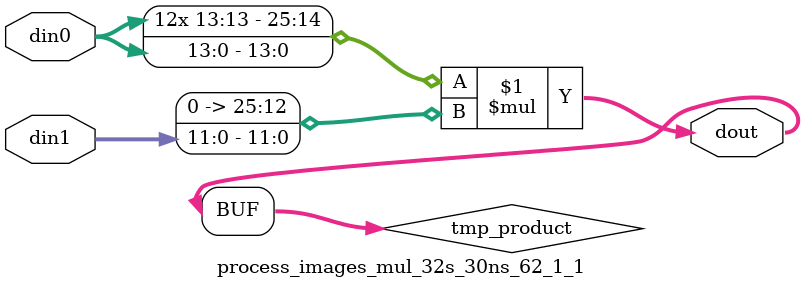
<source format=v>

`timescale 1 ns / 1 ps

 module process_images_mul_32s_30ns_62_1_1(din0, din1, dout);
parameter ID = 1;
parameter NUM_STAGE = 0;
parameter din0_WIDTH = 14;
parameter din1_WIDTH = 12;
parameter dout_WIDTH = 26;

input [din0_WIDTH - 1 : 0] din0; 
input [din1_WIDTH - 1 : 0] din1; 
output [dout_WIDTH - 1 : 0] dout;

wire signed [dout_WIDTH - 1 : 0] tmp_product;


























assign tmp_product = $signed(din0) * $signed({1'b0, din1});









assign dout = tmp_product;





















endmodule

</source>
